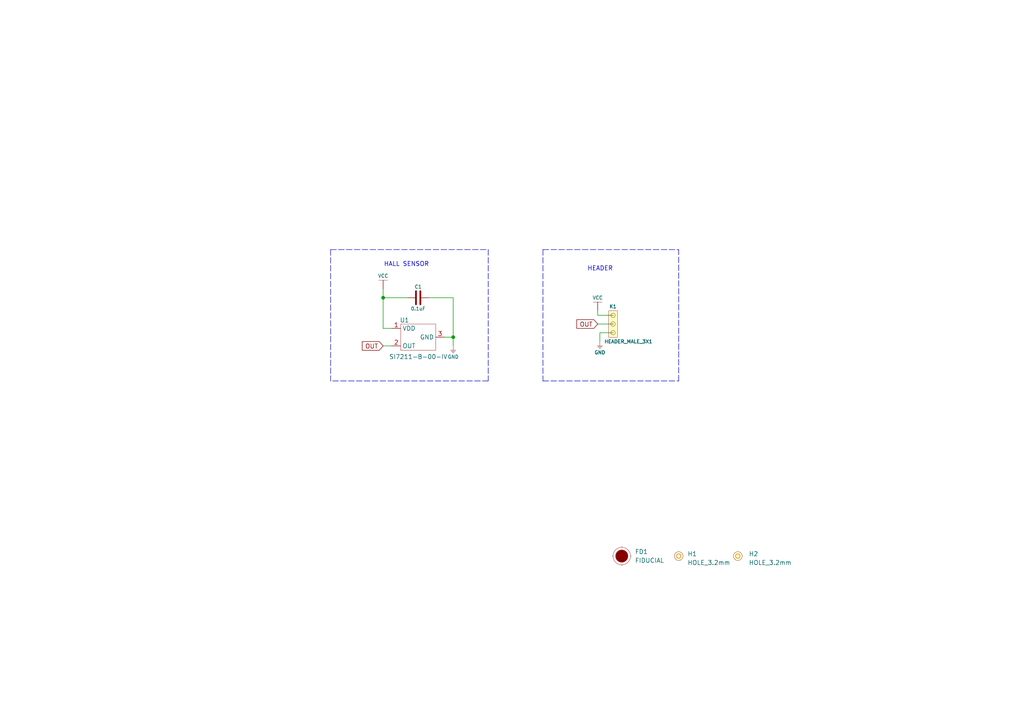
<source format=kicad_sch>
(kicad_sch (version 20210621) (generator eeschema)

  (uuid ea40d022-c996-4a4a-8961-7238afb1dbe3)

  (paper "A4")

  (title_block
    (title "Hall effect sensor analog")
    (date "2021-09-01")
    (rev "V1.1.1.")
    (company "SOLDERED")
    (comment 1 "333017")
  )

  (lib_symbols
    (symbol "e-radionica.com schematics:0603C" (pin_numbers hide) (pin_names (offset 0.002)) (in_bom yes) (on_board yes)
      (property "Reference" "C" (id 0) (at -0.635 3.175 0)
        (effects (font (size 1 1)))
      )
      (property "Value" "0603C" (id 1) (at 0 -3.175 0)
        (effects (font (size 1 1)))
      )
      (property "Footprint" "e-radionica.com footprinti:0603C" (id 2) (at 0 0 0)
        (effects (font (size 1 1)) hide)
      )
      (property "Datasheet" "" (id 3) (at 0 0 0)
        (effects (font (size 1 1)) hide)
      )
      (symbol "0603C_0_1"
        (polyline
          (pts
            (xy -0.635 1.905)
            (xy -0.635 -1.905)
          )
          (stroke (width 0.5)) (fill (type none))
        )
        (polyline
          (pts
            (xy 0.635 1.905)
            (xy 0.635 -1.905)
          )
          (stroke (width 0.5)) (fill (type none))
        )
      )
      (symbol "0603C_1_1"
        (pin passive line (at -3.175 0 0) (length 2.54)
          (name "~" (effects (font (size 1.27 1.27))))
          (number "1" (effects (font (size 1.27 1.27))))
        )
        (pin passive line (at 3.175 0 180) (length 2.54)
          (name "~" (effects (font (size 1.27 1.27))))
          (number "2" (effects (font (size 1.27 1.27))))
        )
      )
    )
    (symbol "e-radionica.com schematics:FIDUCIAL" (in_bom yes) (on_board yes)
      (property "Reference" "FD" (id 0) (at 0 3.81 0)
        (effects (font (size 1.27 1.27)))
      )
      (property "Value" "FIDUCIAL" (id 1) (at 0 -3.81 0)
        (effects (font (size 1.27 1.27)))
      )
      (property "Footprint" "e-radionica.com footprinti:FIDUCIAL_23" (id 2) (at 0.254 -5.334 0)
        (effects (font (size 1.27 1.27)) hide)
      )
      (property "Datasheet" "" (id 3) (at 0 0 0)
        (effects (font (size 1.27 1.27)) hide)
      )
      (symbol "FIDUCIAL_0_1"
        (circle (center 0 0) (radius 2.54) (stroke (width 0.0006)) (fill (type none)))
        (circle (center 0 0) (radius 1.7961) (stroke (width 0.001)) (fill (type outline)))
        (polyline
          (pts
            (xy -2.54 0)
            (xy -2.794 0)
          )
          (stroke (width 0.0006)) (fill (type none))
        )
        (polyline
          (pts
            (xy 0 -2.54)
            (xy 0 -2.794)
          )
          (stroke (width 0.0006)) (fill (type none))
        )
        (polyline
          (pts
            (xy 0 2.54)
            (xy 0 2.794)
          )
          (stroke (width 0.0006)) (fill (type none))
        )
        (polyline
          (pts
            (xy 2.54 0)
            (xy 2.794 0)
          )
          (stroke (width 0.0006)) (fill (type none))
        )
      )
    )
    (symbol "e-radionica.com schematics:GND" (power) (pin_names (offset 0)) (in_bom yes) (on_board yes)
      (property "Reference" "#PWR" (id 0) (at 4.445 0 0)
        (effects (font (size 1 1)) hide)
      )
      (property "Value" "GND" (id 1) (at 0 -2.921 0)
        (effects (font (size 1 1)))
      )
      (property "Footprint" "" (id 2) (at 4.445 3.81 0)
        (effects (font (size 1 1)) hide)
      )
      (property "Datasheet" "" (id 3) (at 4.445 3.81 0)
        (effects (font (size 1 1)) hide)
      )
      (property "ki_keywords" "power-flag" (id 4) (at 0 0 0)
        (effects (font (size 1.27 1.27)) hide)
      )
      (property "ki_description" "Power symbol creates a global label with name \"+3V3\"" (id 5) (at 0 0 0)
        (effects (font (size 1.27 1.27)) hide)
      )
      (symbol "GND_0_1"
        (polyline
          (pts
            (xy -0.762 -1.27)
            (xy 0.762 -1.27)
          )
          (stroke (width 0.0006)) (fill (type none))
        )
        (polyline
          (pts
            (xy -0.635 -1.524)
            (xy 0.635 -1.524)
          )
          (stroke (width 0.0006)) (fill (type none))
        )
        (polyline
          (pts
            (xy -0.381 -1.778)
            (xy 0.381 -1.778)
          )
          (stroke (width 0.0006)) (fill (type none))
        )
        (polyline
          (pts
            (xy -0.127 -2.032)
            (xy 0.127 -2.032)
          )
          (stroke (width 0.0006)) (fill (type none))
        )
        (polyline
          (pts
            (xy 0 0)
            (xy 0 -1.27)
          )
          (stroke (width 0.0006)) (fill (type none))
        )
      )
      (symbol "GND_1_1"
        (pin power_in line (at 0 0 270) (length 0) hide
          (name "GND" (effects (font (size 1.27 1.27))))
          (number "1" (effects (font (size 1.27 1.27))))
        )
      )
    )
    (symbol "e-radionica.com schematics:HEADER_MALE_3X1" (pin_numbers hide) (pin_names hide) (in_bom yes) (on_board yes)
      (property "Reference" "K" (id 0) (at -0.635 5.08 0)
        (effects (font (size 1 1)))
      )
      (property "Value" "HEADER_MALE_3X1" (id 1) (at 0 -5.08 0)
        (effects (font (size 1 1)))
      )
      (property "Footprint" "e-radionica.com footprinti:HEADER_MALE_3X1" (id 2) (at 0 -7.62 0)
        (effects (font (size 1 1)) hide)
      )
      (property "Datasheet" "" (id 3) (at 0 -2.54 0)
        (effects (font (size 1 1)) hide)
      )
      (symbol "HEADER_MALE_3X1_0_1"
        (circle (center 0 -2.54) (radius 0.635) (stroke (width 0.0006)) (fill (type none)))
        (circle (center 0 0) (radius 0.635) (stroke (width 0.0006)) (fill (type none)))
        (circle (center 0 2.54) (radius 0.635) (stroke (width 0.0006)) (fill (type none)))
        (rectangle (start 1.27 -3.81) (end -1.27 3.81)
          (stroke (width 0.001)) (fill (type background))
        )
      )
      (symbol "HEADER_MALE_3X1_1_1"
        (pin passive line (at 0 -2.54 180) (length 0)
          (name "~" (effects (font (size 1 1))))
          (number "1" (effects (font (size 1 1))))
        )
        (pin passive line (at 0 0 180) (length 0)
          (name "~" (effects (font (size 1 1))))
          (number "2" (effects (font (size 1 1))))
        )
        (pin passive line (at 0 2.54 180) (length 0)
          (name "~" (effects (font (size 1 1))))
          (number "3" (effects (font (size 1 1))))
        )
      )
    )
    (symbol "e-radionica.com schematics:HOLE_3.2mm" (pin_numbers hide) (pin_names hide) (in_bom yes) (on_board yes)
      (property "Reference" "H" (id 0) (at 0 2.54 0)
        (effects (font (size 1.27 1.27)))
      )
      (property "Value" "HOLE_3.2mm" (id 1) (at 0 -2.54 0)
        (effects (font (size 1.27 1.27)))
      )
      (property "Footprint" "e-radionica.com footprinti:HOLE_3.2mm" (id 2) (at 0 0 0)
        (effects (font (size 1.27 1.27)) hide)
      )
      (property "Datasheet" "" (id 3) (at 0 0 0)
        (effects (font (size 1.27 1.27)) hide)
      )
      (symbol "HOLE_3.2mm_0_1"
        (circle (center 0 0) (radius 0.635) (stroke (width 0.0006)) (fill (type none)))
        (circle (center 0 0) (radius 1.27) (stroke (width 0.001)) (fill (type background)))
      )
    )
    (symbol "e-radionica.com schematics:SI7201-B-06-IV" (in_bom yes) (on_board yes)
      (property "Reference" "U" (id 0) (at -3.81 5.08 0)
        (effects (font (size 1.27 1.27)))
      )
      (property "Value" "SI7201-B-06-IV" (id 1) (at 0 -5.08 0)
        (effects (font (size 1.27 1.27)))
      )
      (property "Footprint" "e-radionica.com footprinti:SOT-23-3" (id 2) (at 0 -7.62 0)
        (effects (font (size 1.27 1.27)) hide)
      )
      (property "Datasheet" "" (id 3) (at 0 0 0)
        (effects (font (size 1.27 1.27)) hide)
      )
      (symbol "SI7201-B-06-IV_0_1"
        (rectangle (start -5.08 3.81) (end 5.08 -3.81)
          (stroke (width 0.0006)) (fill (type none))
        )
      )
      (symbol "SI7201-B-06-IV_1_1"
        (pin power_in line (at -7.62 2.54 0) (length 2.54)
          (name "VDD" (effects (font (size 1.27 1.27))))
          (number "1" (effects (font (size 1.27 1.27))))
        )
        (pin output line (at -7.62 -2.54 0) (length 2.54)
          (name "OUT" (effects (font (size 1.27 1.27))))
          (number "2" (effects (font (size 1.27 1.27))))
        )
        (pin power_in line (at 7.62 0 180) (length 2.54)
          (name "GND" (effects (font (size 1.27 1.27))))
          (number "3" (effects (font (size 1.27 1.27))))
        )
      )
    )
    (symbol "e-radionica.com schematics:VCC" (power) (pin_names (offset 0)) (in_bom yes) (on_board yes)
      (property "Reference" "#PWR" (id 0) (at 4.445 0 0)
        (effects (font (size 1 1)) hide)
      )
      (property "Value" "VCC" (id 1) (at 0 3.556 0)
        (effects (font (size 1 1)))
      )
      (property "Footprint" "" (id 2) (at 4.445 3.81 0)
        (effects (font (size 1 1)) hide)
      )
      (property "Datasheet" "" (id 3) (at 4.445 3.81 0)
        (effects (font (size 1 1)) hide)
      )
      (property "ki_keywords" "power-flag" (id 4) (at 0 0 0)
        (effects (font (size 1.27 1.27)) hide)
      )
      (property "ki_description" "Power symbol creates a global label with name \"+3V3\"" (id 5) (at 0 0 0)
        (effects (font (size 1.27 1.27)) hide)
      )
      (symbol "VCC_0_1"
        (polyline
          (pts
            (xy -1.27 2.54)
            (xy 1.27 2.54)
          )
          (stroke (width 0.0006)) (fill (type none))
        )
        (polyline
          (pts
            (xy 0 0)
            (xy 0 2.54)
          )
          (stroke (width 0)) (fill (type none))
        )
      )
      (symbol "VCC_1_1"
        (pin power_in line (at 0 0 90) (length 0) hide
          (name "VCC" (effects (font (size 1.27 1.27))))
          (number "1" (effects (font (size 1.27 1.27))))
        )
      )
    )
  )

  (junction (at 111.125 86.36) (diameter 0.9144) (color 0 0 0 0))
  (junction (at 131.445 97.79) (diameter 0.9144) (color 0 0 0 0))

  (wire (pts (xy 111.125 83.82) (xy 111.125 86.36))
    (stroke (width 0) (type solid) (color 0 0 0 0))
    (uuid 7802b948-9379-40db-b159-a67fc1bbe75c)
  )
  (wire (pts (xy 111.125 86.36) (xy 111.125 95.25))
    (stroke (width 0) (type solid) (color 0 0 0 0))
    (uuid 7802b948-9379-40db-b159-a67fc1bbe75c)
  )
  (wire (pts (xy 111.125 86.36) (xy 118.11 86.36))
    (stroke (width 0) (type solid) (color 0 0 0 0))
    (uuid fe30e30f-118b-4bc7-89ec-9beb49197aa5)
  )
  (wire (pts (xy 111.125 95.25) (xy 113.665 95.25))
    (stroke (width 0) (type solid) (color 0 0 0 0))
    (uuid 7802b948-9379-40db-b159-a67fc1bbe75c)
  )
  (wire (pts (xy 111.125 100.33) (xy 113.665 100.33))
    (stroke (width 0) (type solid) (color 0 0 0 0))
    (uuid dfeeb048-8356-4fff-9039-c10669f741f0)
  )
  (wire (pts (xy 124.46 86.36) (xy 131.445 86.36))
    (stroke (width 0) (type solid) (color 0 0 0 0))
    (uuid 38fdcc20-988f-49da-b2bc-eebafb71f54e)
  )
  (wire (pts (xy 128.905 97.79) (xy 131.445 97.79))
    (stroke (width 0) (type solid) (color 0 0 0 0))
    (uuid b8fb89ea-3bc7-4abf-b631-6f1b5c0fbc84)
  )
  (wire (pts (xy 131.445 86.36) (xy 131.445 97.79))
    (stroke (width 0) (type solid) (color 0 0 0 0))
    (uuid 38fdcc20-988f-49da-b2bc-eebafb71f54e)
  )
  (wire (pts (xy 131.445 97.79) (xy 131.445 100.33))
    (stroke (width 0) (type solid) (color 0 0 0 0))
    (uuid b8fb89ea-3bc7-4abf-b631-6f1b5c0fbc84)
  )
  (wire (pts (xy 173.355 91.44) (xy 173.355 90.17))
    (stroke (width 0) (type solid) (color 0 0 0 0))
    (uuid ee18a6b6-4a07-451d-b486-e139280d3fb4)
  )
  (wire (pts (xy 173.355 93.98) (xy 177.8 93.98))
    (stroke (width 0) (type solid) (color 0 0 0 0))
    (uuid ecde8491-5f0b-488d-abfd-edd28e3b895d)
  )
  (wire (pts (xy 173.99 96.52) (xy 173.99 99.06))
    (stroke (width 0) (type solid) (color 0 0 0 0))
    (uuid 73f09e63-9ff6-4e00-aab1-6e51a032380a)
  )
  (wire (pts (xy 177.8 91.44) (xy 173.355 91.44))
    (stroke (width 0) (type solid) (color 0 0 0 0))
    (uuid ee18a6b6-4a07-451d-b486-e139280d3fb4)
  )
  (wire (pts (xy 177.8 96.52) (xy 173.99 96.52))
    (stroke (width 0) (type solid) (color 0 0 0 0))
    (uuid 73f09e63-9ff6-4e00-aab1-6e51a032380a)
  )
  (polyline (pts (xy 95.885 72.39) (xy 95.885 110.49))
    (stroke (width 0) (type dash) (color 0 0 0 0))
    (uuid 3267ad2b-435d-4bf1-9d17-8eb52920ec88)
  )
  (polyline (pts (xy 95.885 72.39) (xy 141.605 72.39))
    (stroke (width 0) (type dash) (color 0 0 0 0))
    (uuid 3267ad2b-435d-4bf1-9d17-8eb52920ec88)
  )
  (polyline (pts (xy 141.605 72.39) (xy 141.605 110.49))
    (stroke (width 0) (type dash) (color 0 0 0 0))
    (uuid 3267ad2b-435d-4bf1-9d17-8eb52920ec88)
  )
  (polyline (pts (xy 141.605 110.49) (xy 95.885 110.49))
    (stroke (width 0) (type dash) (color 0 0 0 0))
    (uuid 3267ad2b-435d-4bf1-9d17-8eb52920ec88)
  )
  (polyline (pts (xy 157.48 72.39) (xy 157.48 110.49))
    (stroke (width 0) (type dash) (color 0 0 0 0))
    (uuid c853c7e6-9e1a-4676-b6ec-dba491d859dc)
  )
  (polyline (pts (xy 157.48 72.39) (xy 196.85 72.39))
    (stroke (width 0) (type dash) (color 0 0 0 0))
    (uuid c853c7e6-9e1a-4676-b6ec-dba491d859dc)
  )
  (polyline (pts (xy 157.48 110.49) (xy 196.85 110.49))
    (stroke (width 0) (type dash) (color 0 0 0 0))
    (uuid c853c7e6-9e1a-4676-b6ec-dba491d859dc)
  )
  (polyline (pts (xy 196.85 110.49) (xy 196.85 72.39))
    (stroke (width 0) (type dash) (color 0 0 0 0))
    (uuid c853c7e6-9e1a-4676-b6ec-dba491d859dc)
  )

  (text "HALL SENSOR" (at 124.46 77.47 180)
    (effects (font (size 1.27 1.27)) (justify right bottom))
    (uuid 118b80ff-fc8b-43dd-8b8a-20b8e6c7afe8)
  )
  (text "HEADER" (at 177.8 78.74 180)
    (effects (font (size 1.27 1.27)) (justify right bottom))
    (uuid b0a01b1c-82bb-4cc9-8e98-bdfe88d17f14)
  )

  (global_label "OUT" (shape input) (at 111.125 100.33 180)
    (effects (font (size 1.27 1.27)) (justify right))
    (uuid 02ef0231-5222-4cf4-95e8-e8407177689b)
    (property "Intersheet References" "${INTERSHEET_REFS}" (id 0) (at 103.5593 100.2506 0)
      (effects (font (size 1.27 1.27)) (justify right) hide)
    )
  )
  (global_label "OUT" (shape input) (at 173.355 93.98 180)
    (effects (font (size 1.27 1.27)) (justify right))
    (uuid 4777834d-f4c6-4113-8862-cc4864a85cd4)
    (property "Intersheet References" "${INTERSHEET_REFS}" (id 0) (at 165.7893 93.9006 0)
      (effects (font (size 1.27 1.27)) (justify right) hide)
    )
  )

  (symbol (lib_id "e-radionica.com schematics:GND") (at 131.445 100.33 0) (unit 1)
    (in_bom yes) (on_board yes)
    (uuid 03973133-1096-4830-b394-3cb46dc0469a)
    (property "Reference" "#PWR02" (id 0) (at 135.89 100.33 0)
      (effects (font (size 1 1)) hide)
    )
    (property "Value" "GND" (id 1) (at 131.445 103.505 0)
      (effects (font (size 1 1)))
    )
    (property "Footprint" "" (id 2) (at 135.89 96.52 0)
      (effects (font (size 1 1)) hide)
    )
    (property "Datasheet" "" (id 3) (at 135.89 96.52 0)
      (effects (font (size 1 1)) hide)
    )
    (pin "1" (uuid 4adeb464-f971-42a2-b25f-794ece033b2a))
  )

  (symbol (lib_id "e-radionica.com schematics:GND") (at 173.99 99.06 0) (unit 1)
    (in_bom yes) (on_board yes)
    (uuid 9691f1b1-2623-4d0a-a22e-a4e81cff0933)
    (property "Reference" "#PWR04" (id 0) (at 178.435 99.06 0)
      (effects (font (size 1 1)) hide)
    )
    (property "Value" "GND" (id 1) (at 173.99 102.235 0)
      (effects (font (size 1 1)))
    )
    (property "Footprint" "" (id 2) (at 178.435 95.25 0)
      (effects (font (size 1 1)) hide)
    )
    (property "Datasheet" "" (id 3) (at 178.435 95.25 0)
      (effects (font (size 1 1)) hide)
    )
    (pin "1" (uuid 4adeb464-f971-42a2-b25f-794ece033b2a))
  )

  (symbol (lib_id "e-radionica.com schematics:HOLE_3.2mm") (at 196.85 161.29 0) (unit 1)
    (in_bom yes) (on_board yes)
    (uuid 07a563ef-9392-43d7-a36a-bc336aa4879f)
    (property "Reference" "H1" (id 0) (at 199.39 160.655 0)
      (effects (font (size 1.27 1.27)) (justify left))
    )
    (property "Value" "HOLE_3.2mm" (id 1) (at 199.39 163.195 0)
      (effects (font (size 1.27 1.27)) (justify left))
    )
    (property "Footprint" "e-radionica.com footprinti:HOLE_3.2mm" (id 2) (at 196.85 161.29 0)
      (effects (font (size 1.27 1.27)) hide)
    )
    (property "Datasheet" "" (id 3) (at 196.85 161.29 0)
      (effects (font (size 1.27 1.27)) hide)
    )
  )

  (symbol (lib_id "e-radionica.com schematics:HOLE_3.2mm") (at 213.995 161.29 0) (unit 1)
    (in_bom yes) (on_board yes)
    (uuid fee2c5c2-63d4-4fc8-872d-1c65e21aa6df)
    (property "Reference" "H2" (id 0) (at 217.17 160.655 0)
      (effects (font (size 1.27 1.27)) (justify left))
    )
    (property "Value" "HOLE_3.2mm" (id 1) (at 217.17 163.195 0)
      (effects (font (size 1.27 1.27)) (justify left))
    )
    (property "Footprint" "e-radionica.com footprinti:HOLE_3.2mm" (id 2) (at 213.995 161.29 0)
      (effects (font (size 1.27 1.27)) hide)
    )
    (property "Datasheet" "" (id 3) (at 213.995 161.29 0)
      (effects (font (size 1.27 1.27)) hide)
    )
  )

  (symbol (lib_id "e-radionica.com schematics:VCC") (at 111.125 83.82 0) (unit 1)
    (in_bom yes) (on_board yes)
    (uuid b4ee1bdc-704c-40d0-8c18-4713d768c104)
    (property "Reference" "#PWR01" (id 0) (at 115.57 83.82 0)
      (effects (font (size 1 1)) hide)
    )
    (property "Value" "VCC" (id 1) (at 111.125 80.01 0)
      (effects (font (size 1 1)))
    )
    (property "Footprint" "" (id 2) (at 115.57 80.01 0)
      (effects (font (size 1 1)) hide)
    )
    (property "Datasheet" "" (id 3) (at 115.57 80.01 0)
      (effects (font (size 1 1)) hide)
    )
    (pin "1" (uuid b492cf6f-6b6f-49f5-8c82-2194e0e52c19))
  )

  (symbol (lib_id "e-radionica.com schematics:VCC") (at 173.355 90.17 0) (unit 1)
    (in_bom yes) (on_board yes)
    (uuid 8c6b2660-7f0a-4418-b353-a0f0ca1273e2)
    (property "Reference" "#PWR03" (id 0) (at 177.8 90.17 0)
      (effects (font (size 1 1)) hide)
    )
    (property "Value" "VCC" (id 1) (at 173.355 86.36 0)
      (effects (font (size 1 1)))
    )
    (property "Footprint" "" (id 2) (at 177.8 86.36 0)
      (effects (font (size 1 1)) hide)
    )
    (property "Datasheet" "" (id 3) (at 177.8 86.36 0)
      (effects (font (size 1 1)) hide)
    )
    (pin "1" (uuid b492cf6f-6b6f-49f5-8c82-2194e0e52c19))
  )

  (symbol (lib_id "e-radionica.com schematics:HEADER_MALE_3X1") (at 177.8 93.98 0) (unit 1)
    (in_bom yes) (on_board yes)
    (uuid 6735f21c-333a-4a4c-9006-65ddb07d502f)
    (property "Reference" "K1" (id 0) (at 177.8 88.9 0)
      (effects (font (size 1 1)))
    )
    (property "Value" "HEADER_MALE_3X1" (id 1) (at 182.245 99.06 0)
      (effects (font (size 1 1)))
    )
    (property "Footprint" "e-radionica.com footprinti:HEADER_MALE_3X1" (id 2) (at 177.8 101.6 0)
      (effects (font (size 1 1)) hide)
    )
    (property "Datasheet" "" (id 3) (at 177.8 96.52 0)
      (effects (font (size 1 1)) hide)
    )
    (pin "1" (uuid 7be1326b-fe03-46ca-bb19-170aa05c74a5))
    (pin "2" (uuid 405c80c5-7377-441f-9460-230c8bfdcd86))
    (pin "3" (uuid 26104d68-0cbd-4f24-911f-1fa69669a586))
  )

  (symbol (lib_id "e-radionica.com schematics:0603C") (at 121.285 86.36 0) (unit 1)
    (in_bom yes) (on_board yes)
    (uuid 09718914-f035-4531-b5ca-bb17e5ac468b)
    (property "Reference" "C1" (id 0) (at 121.285 83.185 0)
      (effects (font (size 1 1)))
    )
    (property "Value" "0.1uF" (id 1) (at 121.285 89.535 0)
      (effects (font (size 1 1)))
    )
    (property "Footprint" "e-radionica.com footprinti:0603C" (id 2) (at 121.285 86.36 0)
      (effects (font (size 1 1)) hide)
    )
    (property "Datasheet" "" (id 3) (at 121.285 86.36 0)
      (effects (font (size 1 1)) hide)
    )
    (pin "1" (uuid b66f3b5b-1b30-412d-8643-465cb77654ee))
    (pin "2" (uuid 1e4e538d-1dca-40fd-93b8-783de0876b41))
  )

  (symbol (lib_id "e-radionica.com schematics:FIDUCIAL") (at 180.34 161.29 0) (unit 1)
    (in_bom yes) (on_board yes) (fields_autoplaced)
    (uuid e511dff6-5e4b-4813-a33f-4e1a7296295d)
    (property "Reference" "FD1" (id 0) (at 184.15 160.0199 0)
      (effects (font (size 1.27 1.27)) (justify left))
    )
    (property "Value" "FIDUCIAL" (id 1) (at 184.15 162.5599 0)
      (effects (font (size 1.27 1.27)) (justify left))
    )
    (property "Footprint" "e-radionica.com footprinti:FIDUCIAL_23" (id 2) (at 180.594 166.624 0)
      (effects (font (size 1.27 1.27)) hide)
    )
    (property "Datasheet" "" (id 3) (at 180.34 161.29 0)
      (effects (font (size 1.27 1.27)) hide)
    )
  )

  (symbol (lib_id "e-radionica.com schematics:SI7201-B-06-IV") (at 121.285 97.79 0) (unit 1)
    (in_bom yes) (on_board yes)
    (uuid 9b3c248f-5697-47fa-887f-ecd12f187cb7)
    (property "Reference" "U1" (id 0) (at 117.3226 92.8624 0))
    (property "Value" "SI7211-B-00-IV" (id 1) (at 121.3358 103.4796 0))
    (property "Footprint" "e-radionica.com footprinti:SOT-23-3" (id 2) (at 121.285 105.41 0)
      (effects (font (size 1.27 1.27)) hide)
    )
    (property "Datasheet" "" (id 3) (at 121.285 97.79 0)
      (effects (font (size 1.27 1.27)) hide)
    )
    (pin "1" (uuid aa374f7b-fa08-42ce-8f53-0940ff03042d))
    (pin "2" (uuid c73b064b-3900-4b7a-9e01-85cceda14fb3))
    (pin "3" (uuid 0857911e-fde5-4fbf-8509-7f94dddb4cb6))
  )

  (sheet_instances
    (path "/" (page "1"))
  )

  (symbol_instances
    (path "/b4ee1bdc-704c-40d0-8c18-4713d768c104"
      (reference "#PWR01") (unit 1) (value "VCC") (footprint "")
    )
    (path "/03973133-1096-4830-b394-3cb46dc0469a"
      (reference "#PWR02") (unit 1) (value "GND") (footprint "")
    )
    (path "/8c6b2660-7f0a-4418-b353-a0f0ca1273e2"
      (reference "#PWR03") (unit 1) (value "VCC") (footprint "")
    )
    (path "/9691f1b1-2623-4d0a-a22e-a4e81cff0933"
      (reference "#PWR04") (unit 1) (value "GND") (footprint "")
    )
    (path "/09718914-f035-4531-b5ca-bb17e5ac468b"
      (reference "C1") (unit 1) (value "0.1uF") (footprint "e-radionica.com footprinti:0603C")
    )
    (path "/e511dff6-5e4b-4813-a33f-4e1a7296295d"
      (reference "FD1") (unit 1) (value "FIDUCIAL") (footprint "e-radionica.com footprinti:FIDUCIAL_23")
    )
    (path "/07a563ef-9392-43d7-a36a-bc336aa4879f"
      (reference "H1") (unit 1) (value "HOLE_3.2mm") (footprint "e-radionica.com footprinti:HOLE_3.2mm")
    )
    (path "/fee2c5c2-63d4-4fc8-872d-1c65e21aa6df"
      (reference "H2") (unit 1) (value "HOLE_3.2mm") (footprint "e-radionica.com footprinti:HOLE_3.2mm")
    )
    (path "/6735f21c-333a-4a4c-9006-65ddb07d502f"
      (reference "K1") (unit 1) (value "HEADER_MALE_3X1") (footprint "e-radionica.com footprinti:HEADER_MALE_3X1")
    )
    (path "/9b3c248f-5697-47fa-887f-ecd12f187cb7"
      (reference "U1") (unit 1) (value "SI7211-B-00-IV") (footprint "e-radionica.com footprinti:SOT-23-3")
    )
  )
)

</source>
